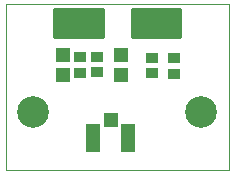
<source format=gts>
G75*
%MOIN*%
%OFA0B0*%
%FSLAX24Y24*%
%IPPOS*%
%LPD*%
%AMOC8*
5,1,8,0,0,1.08239X$1,22.5*
%
%ADD10C,0.0000*%
%ADD11C,0.0120*%
%ADD12R,0.0434X0.0356*%
%ADD13R,0.0474X0.0513*%
%ADD14R,0.0493X0.0946*%
%ADD15R,0.0474X0.0493*%
%ADD16C,0.1054*%
D10*
X000159Y000130D02*
X000159Y005645D01*
X007598Y005645D01*
X007598Y000130D01*
X000159Y000130D01*
D11*
X001809Y004550D02*
X001809Y005450D01*
X003409Y005450D01*
X003409Y004550D01*
X001809Y004550D01*
X001809Y004623D02*
X003409Y004623D01*
X003409Y004742D02*
X001809Y004742D01*
X001809Y004860D02*
X003409Y004860D01*
X003409Y004979D02*
X001809Y004979D01*
X001809Y005097D02*
X003409Y005097D01*
X003409Y005216D02*
X001809Y005216D01*
X001809Y005334D02*
X003409Y005334D01*
X004409Y005334D02*
X005959Y005334D01*
X005959Y005450D02*
X005959Y004550D01*
X004409Y004550D01*
X004409Y005450D01*
X005959Y005450D01*
X005959Y005216D02*
X004409Y005216D01*
X004409Y005097D02*
X005959Y005097D01*
X005959Y004979D02*
X004409Y004979D01*
X004409Y004860D02*
X005959Y004860D01*
X005959Y004742D02*
X004409Y004742D01*
X004409Y004623D02*
X005959Y004623D01*
D12*
X005046Y003853D03*
X005046Y003342D03*
X005782Y003336D03*
X005782Y003848D03*
X003197Y003888D03*
X002632Y003887D03*
X002632Y003375D03*
X003197Y003376D03*
D13*
X004003Y003284D03*
X004003Y003953D03*
X002069Y003969D03*
X002069Y003300D03*
D14*
X003088Y001200D03*
X004250Y001200D03*
D15*
X003669Y001800D03*
D16*
X001059Y002050D03*
X006689Y002050D03*
M02*

</source>
